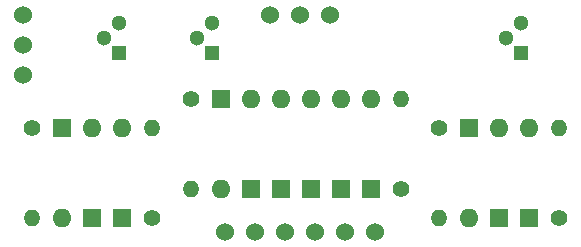
<source format=gbr>
G04 #@! TF.GenerationSoftware,KiCad,Pcbnew,(5.0.0)*
G04 #@! TF.CreationDate,2019-01-17T16:22:04+00:00*
G04 #@! TF.ProjectId,LS03,4C5330332E6B696361645F7063620000,rev?*
G04 #@! TF.SameCoordinates,Original*
G04 #@! TF.FileFunction,Soldermask,Bot*
G04 #@! TF.FilePolarity,Negative*
%FSLAX46Y46*%
G04 Gerber Fmt 4.6, Leading zero omitted, Abs format (unit mm)*
G04 Created by KiCad (PCBNEW (5.0.0)) date 01/17/19 16:22:04*
%MOMM*%
%LPD*%
G01*
G04 APERTURE LIST*
%ADD10R,1.600000X1.600000*%
%ADD11O,1.600000X1.600000*%
%ADD12C,1.524000*%
%ADD13C,1.400000*%
%ADD14O,1.400000X1.400000*%
%ADD15R,1.300000X1.300000*%
%ADD16C,1.300000*%
G04 APERTURE END LIST*
D10*
G04 #@! TO.C,D1*
X139827000Y-55943500D03*
D11*
X139827000Y-48323500D03*
G04 #@! TD*
G04 #@! TO.C,D2*
X153289000Y-45910500D03*
D10*
X153289000Y-53530500D03*
G04 #@! TD*
G04 #@! TO.C,D3*
X155829000Y-53530500D03*
D11*
X155829000Y-45910500D03*
G04 #@! TD*
G04 #@! TO.C,D4*
X158369000Y-45910500D03*
D10*
X158369000Y-53530500D03*
G04 #@! TD*
D11*
G04 #@! TO.C,D5*
X160909000Y-45910500D03*
D10*
X160909000Y-53530500D03*
G04 #@! TD*
G04 #@! TO.C,D6*
X174308000Y-55943500D03*
D11*
X174308000Y-48323500D03*
G04 #@! TD*
D10*
G04 #@! TO.C,D7*
X137287000Y-55943500D03*
D11*
X137287000Y-48323500D03*
G04 #@! TD*
G04 #@! TO.C,D8*
X134747000Y-55943500D03*
D10*
X134747000Y-48323500D03*
G04 #@! TD*
G04 #@! TO.C,D9*
X150749000Y-53530500D03*
D11*
X150749000Y-45910500D03*
G04 #@! TD*
G04 #@! TO.C,D10*
X148209000Y-53530500D03*
D10*
X148209000Y-45910500D03*
G04 #@! TD*
D11*
G04 #@! TO.C,D11*
X171768000Y-48323500D03*
D10*
X171768000Y-55943500D03*
G04 #@! TD*
G04 #@! TO.C,D12*
X169228000Y-48323500D03*
D11*
X169228000Y-55943500D03*
G04 #@! TD*
D12*
G04 #@! TO.C,J1*
X131457000Y-38746500D03*
X131457000Y-41286500D03*
X131457000Y-43826500D03*
X148602000Y-57161500D03*
X151142000Y-57161500D03*
X153682000Y-57161500D03*
X156222000Y-57161500D03*
X158762000Y-57161500D03*
X161302000Y-57161500D03*
X152412000Y-38746500D03*
X154952000Y-38746500D03*
X157492000Y-38746500D03*
G04 #@! TD*
D13*
G04 #@! TO.C,R1*
X132207000Y-48323500D03*
D14*
X132207000Y-55943500D03*
G04 #@! TD*
G04 #@! TO.C,R2*
X142367000Y-48323500D03*
D13*
X142367000Y-55943500D03*
G04 #@! TD*
G04 #@! TO.C,R3*
X145669000Y-45910500D03*
D14*
X145669000Y-53530500D03*
G04 #@! TD*
G04 #@! TO.C,R4*
X163449000Y-45910500D03*
D13*
X163449000Y-53530500D03*
G04 #@! TD*
D14*
G04 #@! TO.C,R5*
X166688000Y-55943500D03*
D13*
X166688000Y-48323500D03*
G04 #@! TD*
G04 #@! TO.C,R6*
X176848000Y-55943500D03*
D14*
X176848000Y-48323500D03*
G04 #@! TD*
D15*
G04 #@! TO.C,VT1*
X139636000Y-41973500D03*
D16*
X139636000Y-39433500D03*
X138366000Y-40703500D03*
G04 #@! TD*
D15*
G04 #@! TO.C,VT2*
X147447000Y-41973500D03*
D16*
X147447000Y-39433500D03*
X146177000Y-40703500D03*
G04 #@! TD*
G04 #@! TO.C,VT3*
X172339000Y-40703500D03*
X173609000Y-39433500D03*
D15*
X173609000Y-41973500D03*
G04 #@! TD*
M02*

</source>
